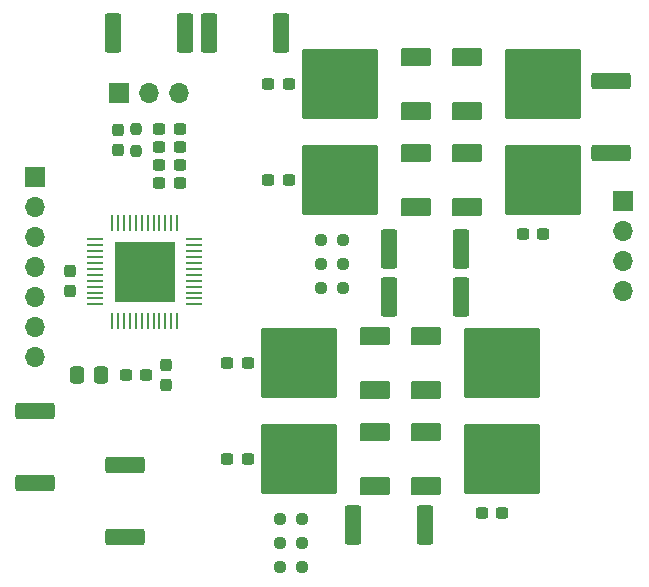
<source format=gts>
%TF.GenerationSoftware,KiCad,Pcbnew,8.0.7*%
%TF.CreationDate,2025-02-15T17:42:46+02:00*%
%TF.ProjectId,stepper-motor-controller,73746570-7065-4722-9d6d-6f746f722d63,rev?*%
%TF.SameCoordinates,Original*%
%TF.FileFunction,Soldermask,Top*%
%TF.FilePolarity,Negative*%
%FSLAX46Y46*%
G04 Gerber Fmt 4.6, Leading zero omitted, Abs format (unit mm)*
G04 Created by KiCad (PCBNEW 8.0.7) date 2025-02-15 17:42:46*
%MOMM*%
%LPD*%
G01*
G04 APERTURE LIST*
G04 Aperture macros list*
%AMRoundRect*
0 Rectangle with rounded corners*
0 $1 Rounding radius*
0 $2 $3 $4 $5 $6 $7 $8 $9 X,Y pos of 4 corners*
0 Add a 4 corners polygon primitive as box body*
4,1,4,$2,$3,$4,$5,$6,$7,$8,$9,$2,$3,0*
0 Add four circle primitives for the rounded corners*
1,1,$1+$1,$2,$3*
1,1,$1+$1,$4,$5*
1,1,$1+$1,$6,$7*
1,1,$1+$1,$8,$9*
0 Add four rect primitives between the rounded corners*
20,1,$1+$1,$2,$3,$4,$5,0*
20,1,$1+$1,$4,$5,$6,$7,0*
20,1,$1+$1,$6,$7,$8,$9,0*
20,1,$1+$1,$8,$9,$2,$3,0*%
G04 Aperture macros list end*
%ADD10RoundRect,0.249999X0.450001X1.425001X-0.450001X1.425001X-0.450001X-1.425001X0.450001X-1.425001X0*%
%ADD11RoundRect,0.249999X1.425001X-0.450001X1.425001X0.450001X-1.425001X0.450001X-1.425001X-0.450001X0*%
%ADD12RoundRect,0.249999X-1.425001X0.450001X-1.425001X-0.450001X1.425001X-0.450001X1.425001X0.450001X0*%
%ADD13RoundRect,0.249999X-0.450001X-1.425001X0.450001X-1.425001X0.450001X1.425001X-0.450001X1.425001X0*%
%ADD14RoundRect,0.250000X-0.337500X-0.475000X0.337500X-0.475000X0.337500X0.475000X-0.337500X0.475000X0*%
%ADD15RoundRect,0.102000X-1.145000X-0.700000X1.145000X-0.700000X1.145000X0.700000X-1.145000X0.700000X0*%
%ADD16RoundRect,0.102000X-3.090000X-2.845000X3.090000X-2.845000X3.090000X2.845000X-3.090000X2.845000X0*%
%ADD17RoundRect,0.237500X-0.250000X-0.237500X0.250000X-0.237500X0.250000X0.237500X-0.250000X0.237500X0*%
%ADD18R,5.105400X5.105400*%
%ADD19R,1.346200X0.279400*%
%ADD20R,0.279400X1.346200*%
%ADD21RoundRect,0.237500X-0.237500X0.250000X-0.237500X-0.250000X0.237500X-0.250000X0.237500X0.250000X0*%
%ADD22RoundRect,0.237500X-0.237500X0.300000X-0.237500X-0.300000X0.237500X-0.300000X0.237500X0.300000X0*%
%ADD23RoundRect,0.237500X-0.300000X-0.237500X0.300000X-0.237500X0.300000X0.237500X-0.300000X0.237500X0*%
%ADD24RoundRect,0.237500X0.300000X0.237500X-0.300000X0.237500X-0.300000X-0.237500X0.300000X-0.237500X0*%
%ADD25RoundRect,0.102000X1.145000X0.700000X-1.145000X0.700000X-1.145000X-0.700000X1.145000X-0.700000X0*%
%ADD26RoundRect,0.102000X3.090000X2.845000X-3.090000X2.845000X-3.090000X-2.845000X3.090000X-2.845000X0*%
%ADD27O,1.700000X1.700000*%
%ADD28R,1.700000X1.700000*%
G04 APERTURE END LIST*
D10*
%TO.C,R15*%
X152402000Y-88900000D03*
X146302000Y-88900000D03*
%TD*%
D11*
%TO.C,R14*%
X127000000Y-89918000D03*
X127000000Y-83818000D03*
%TD*%
D12*
%TO.C,R10*%
X119380000Y-79248000D03*
X119380000Y-85348000D03*
%TD*%
D13*
%TO.C,R9*%
X149350000Y-69596000D03*
X155450000Y-69596000D03*
%TD*%
D10*
%TO.C,R8*%
X149348000Y-65532000D03*
X155448000Y-65532000D03*
%TD*%
D12*
%TO.C,R7*%
X168148000Y-57404000D03*
X168148000Y-51304000D03*
%TD*%
D13*
%TO.C,R2*%
X125984000Y-47244000D03*
X132084000Y-47244000D03*
%TD*%
%TO.C,R1*%
X134112000Y-47244000D03*
X140212000Y-47244000D03*
%TD*%
D14*
%TO.C,C2*%
X122893000Y-76200000D03*
X124968000Y-76200000D03*
%TD*%
D15*
%TO.C,U6*%
X152487000Y-72899000D03*
D16*
X158922000Y-75184000D03*
D15*
X152487000Y-77469000D03*
%TD*%
D17*
%TO.C,R13*%
X140120000Y-90424000D03*
X141945000Y-90424000D03*
%TD*%
D18*
%TO.C,U5*%
X128649000Y-67439000D03*
D19*
X132827300Y-64689000D03*
X132827300Y-65188999D03*
X132827300Y-65689001D03*
X132827300Y-66189000D03*
X132827300Y-66688999D03*
X132827300Y-67189000D03*
X132827300Y-67689000D03*
X132827300Y-68189001D03*
X132827300Y-68689000D03*
X132827300Y-69188999D03*
X132827300Y-69689001D03*
X132827300Y-70189000D03*
D20*
X131399000Y-71617300D03*
X130899001Y-71617300D03*
X130398999Y-71617300D03*
X129899000Y-71617300D03*
X129399001Y-71617300D03*
X128899000Y-71617300D03*
X128399000Y-71617300D03*
X127898999Y-71617300D03*
X127399000Y-71617300D03*
X126899001Y-71617300D03*
X126398999Y-71617300D03*
X125899000Y-71617300D03*
D19*
X124470700Y-70189000D03*
X124470700Y-69689001D03*
X124470700Y-69188999D03*
X124470700Y-68689000D03*
X124470700Y-68189001D03*
X124470700Y-67689000D03*
X124470700Y-67189000D03*
X124470700Y-66688999D03*
X124470700Y-66189000D03*
X124470700Y-65689001D03*
X124470700Y-65188999D03*
X124470700Y-64689000D03*
D20*
X125899000Y-63260700D03*
X126398999Y-63260700D03*
X126899001Y-63260700D03*
X127399000Y-63260700D03*
X127898999Y-63260700D03*
X128399000Y-63260700D03*
X128899000Y-63260700D03*
X129399001Y-63260700D03*
X129899000Y-63260700D03*
X130398999Y-63260700D03*
X130899001Y-63260700D03*
X131399000Y-63260700D03*
%TD*%
D15*
%TO.C,U8*%
X152487000Y-81027000D03*
D16*
X158922000Y-83312000D03*
D15*
X152487000Y-85597000D03*
%TD*%
D21*
%TO.C,R3*%
X127931000Y-55361300D03*
X127931000Y-57186300D03*
%TD*%
D17*
%TO.C,R12*%
X140120000Y-92456000D03*
X141945000Y-92456000D03*
%TD*%
D22*
%TO.C,C10*%
X122343000Y-67352300D03*
X122343000Y-69077300D03*
%TD*%
D23*
%TO.C,C11*%
X127068500Y-76189300D03*
X128793500Y-76189300D03*
%TD*%
%TO.C,C14*%
X157197000Y-87884000D03*
X158922000Y-87884000D03*
%TD*%
D24*
%TO.C,C9*%
X131624000Y-59933300D03*
X129899000Y-59933300D03*
%TD*%
%TO.C,C15*%
X137373000Y-83312000D03*
X135648000Y-83312000D03*
%TD*%
D22*
%TO.C,C6*%
X126407000Y-57136300D03*
X126407000Y-55411300D03*
%TD*%
D25*
%TO.C,U7*%
X148167000Y-77469000D03*
D26*
X141732000Y-75184000D03*
D25*
X148167000Y-72899000D03*
%TD*%
D23*
%TO.C,C13*%
X135648000Y-75184000D03*
X137373000Y-75184000D03*
%TD*%
D22*
%TO.C,C7*%
X130471000Y-75326800D03*
X130471000Y-77051800D03*
%TD*%
D25*
%TO.C,U9*%
X148167000Y-85597000D03*
D26*
X141732000Y-83312000D03*
D25*
X148167000Y-81027000D03*
%TD*%
D24*
%TO.C,C5*%
X131624000Y-55361300D03*
X129899000Y-55361300D03*
%TD*%
%TO.C,C4*%
X131624000Y-56885300D03*
X129899000Y-56885300D03*
%TD*%
D27*
%TO.C,J3*%
X169164000Y-69088000D03*
X169164000Y-66548000D03*
X169164000Y-64008000D03*
D28*
X169164000Y-61468000D03*
%TD*%
D27*
%TO.C,J1*%
X119380000Y-74676000D03*
X119380000Y-72136000D03*
X119380000Y-69596000D03*
X119380000Y-67056000D03*
X119380000Y-64516000D03*
X119380000Y-61976000D03*
D28*
X119380000Y-59436000D03*
%TD*%
D27*
%TO.C,J2*%
X131572000Y-52324000D03*
X129032000Y-52324000D03*
D28*
X126492000Y-52324000D03*
%TD*%
D17*
%TO.C,R11*%
X140120000Y-88392000D03*
X141945000Y-88392000D03*
%TD*%
D24*
%TO.C,C1*%
X131624000Y-58409300D03*
X129899000Y-58409300D03*
%TD*%
D15*
%TO.C,U3*%
X155956000Y-57405999D03*
D16*
X162391000Y-59690999D03*
D15*
X155956000Y-61975999D03*
%TD*%
D17*
%TO.C,R4*%
X143589001Y-64771000D03*
X145414001Y-64771000D03*
%TD*%
D23*
%TO.C,C8*%
X160666000Y-64262999D03*
X162391000Y-64262999D03*
%TD*%
%TO.C,C3*%
X139117000Y-51563000D03*
X140842000Y-51563000D03*
%TD*%
D24*
%TO.C,C12*%
X140842001Y-59691000D03*
X139117001Y-59691000D03*
%TD*%
D17*
%TO.C,R6*%
X143589001Y-66803000D03*
X145414001Y-66803000D03*
%TD*%
D15*
%TO.C,U1*%
X155956000Y-49278000D03*
D16*
X162391000Y-51563000D03*
D15*
X155956000Y-53848000D03*
%TD*%
D25*
%TO.C,U4*%
X151636000Y-61976000D03*
D26*
X145201000Y-59691000D03*
D25*
X151636000Y-57406000D03*
%TD*%
D17*
%TO.C,R5*%
X143589001Y-68835000D03*
X145414001Y-68835000D03*
%TD*%
D25*
%TO.C,U2*%
X151636000Y-53848000D03*
D26*
X145201000Y-51563000D03*
D25*
X151636000Y-49278000D03*
%TD*%
M02*

</source>
